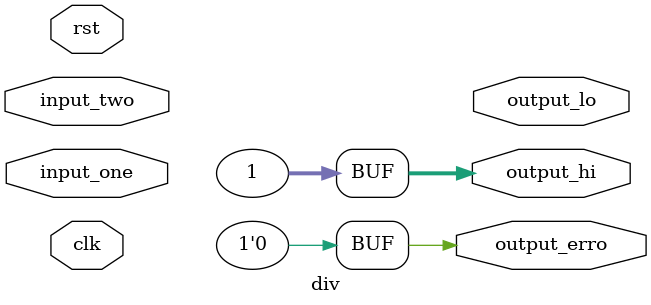
<source format=v>
module div(
    input wire clk,
    input wire rst,
    input wire  [31:0] input_one,
    input wire  [31:0] input_two,
    output wire [31:0] output_hi,
    output wire [31:0] output_lo,
    output wire output_erro
);

assign output_erro = 0;
assign output_hi  = 31'b0000000000000000000000000000001;
assign output_hi  = 31'b0000000000000000000000000000001;

endmodule
</source>
